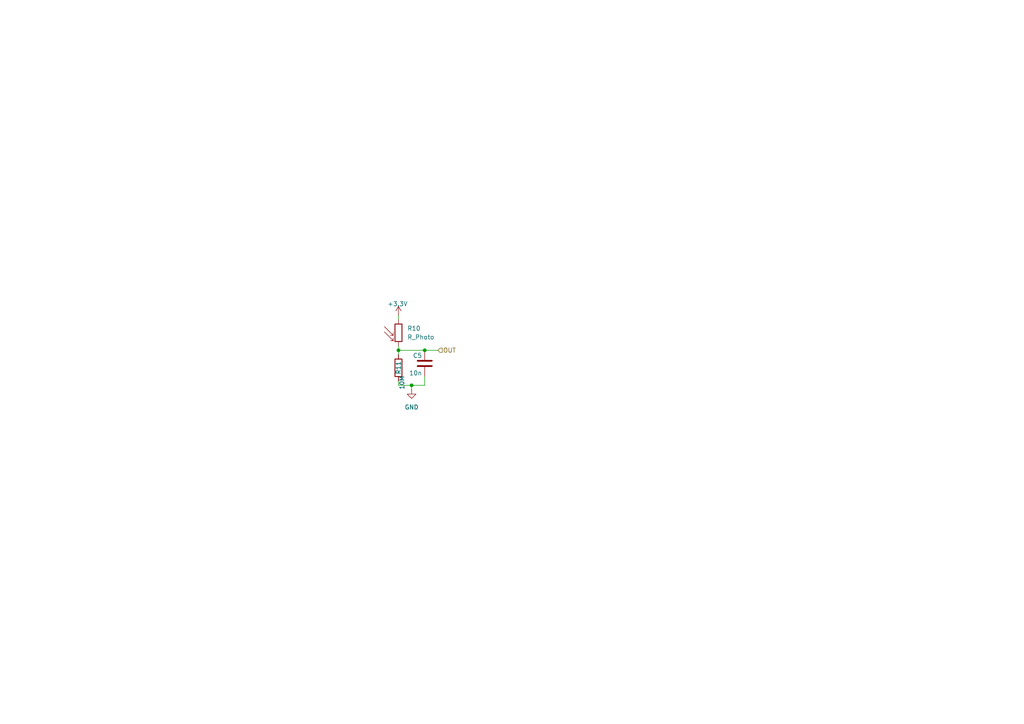
<source format=kicad_sch>
(kicad_sch (version 20250114) (generator "eeschema") (generator_version "9.0")
  (paper "A4")
  (title_block (date "2025-09-24") (company "Felix Pelster"))
  (lib_symbols
    (symbol "Device:C" (pin_numbers (hide yes)) (pin_names (offset 0.254))
      (property "Reference" "C" (at 0.635 2.54 0))
      (property "Value" "C" (at 0.635 -2.54 0))
      (symbol "C_0_1"
        (polyline (pts (xy -2.032 0.762) (xy 2.032 0.762)) (stroke (width 0.508)))
        (polyline (pts (xy -2.032 -0.762) (xy 2.032 -0.762)) (stroke (width 0.508)))
      )
      (symbol "C_1_1"
        (pin passive line (at 0 3.81 270) (length 2.794) (name "~") (number "1"))
        (pin passive line (at 0 -3.81 90) (length 2.794) (name "~") (number "2"))
      )
    )
    (symbol "Device:R" (pin_numbers (hide yes)) (pin_names (offset 0))
      (property "Reference" "R" (at 2.032 0 90))
      (property "Value" "R" (at 0 0 90))
      (symbol "R_0_1"
        (rectangle (start -1.016 -2.54) (end 1.016 2.54) (stroke (width 0.254)))
      )
      (symbol "R_1_1"
        (pin passive line (at 0 3.81 270) (length 1.27) (name "~") (number "1"))
        (pin passive line (at 0 -3.81 90) (length 1.27) (name "~") (number "2"))
      )
    )
    (symbol "Device:R_Photo" (pin_numbers (hide yes)) (pin_names (offset 0))
      (property "Reference" "R" (at 1.27 1.27 0))
      (property "Value" "R_Photo" (at 1.27 0 0))
      (symbol "R_Photo_0_1"
        (polyline (pts (xy -1.524 -0.762) (xy -4.064 1.778)))
        (polyline (pts (xy -1.524 -0.762) (xy -2.286 -0.762)))
        (polyline (pts (xy -1.524 -0.762) (xy -1.524 0)))
        (polyline (pts (xy -1.524 -2.286) (xy -4.064 0.254)))
        (polyline (pts (xy -1.524 -2.286) (xy -2.286 -2.286)))
        (polyline (pts (xy -1.524 -2.286) (xy -1.524 -1.524)))
        (rectangle (start -1.016 2.54) (end 1.016 -2.54) (stroke (width 0.254)))
      )
      (symbol "R_Photo_1_1"
        (pin passive line (at 0 3.81 270) (length 1.27) (name "~") (number "1"))
        (pin passive line (at 0 -3.81 90) (length 1.27) (name "~") (number "2"))
      )
    )
    (symbol "power:+3.3V" (power) (pin_numbers (hide yes)) (pin_names (offset 0) (hide yes))
      (property "Value" "+3.3V" (at 0 3.556 0))
      (symbol "+3.3V_0_1"
        (polyline (pts (xy -0.762 1.27) (xy 0 2.54)))
        (polyline (pts (xy 0 2.54) (xy 0.762 1.27)))
        (polyline (pts (xy 0 0) (xy 0 2.54)))
      )
      (symbol "+3.3V_1_1"
        (pin power_in line (at 0 0 90) (length 0) (name "~") (number "1"))
      )
    )
    (symbol "power:GND" (power) (pin_numbers (hide yes)) (pin_names (offset 0) (hide yes))
      (property "Value" "GND" (at 0 -3.81 0))
      (symbol "GND_0_1"
        (polyline (pts (xy 0 0) (xy 0 -1.27) (xy 1.27 -1.27) (xy 0 -2.54) (xy -1.27 -1.27) (xy 0 -1.27)))
      )
      (symbol "GND_1_1"
        (pin power_in line (at 0 0 270) (length 0) (name "~") (number "1"))
      )
    )
  )
  (junction (at 123.19 101.6))
  (junction (at 115.57 101.6))
  (junction (at 119.38 111.76))
  (wire (pts (xy 123.19 101.6) (xy 127 101.6)))
  (wire (pts (xy 115.57 102.87) (xy 115.57 101.6)))
  (wire (pts (xy 119.38 111.76) (xy 115.57 111.76)))
  (wire (pts (xy 123.19 109.22) (xy 123.19 111.76)))
  (wire (pts (xy 115.57 91.44) (xy 115.57 92.71)))
  (wire (pts (xy 123.19 111.76) (xy 119.38 111.76)))
  (wire (pts (xy 115.57 111.76) (xy 115.57 110.49)))
  (wire (pts (xy 119.38 113.03) (xy 119.38 111.76)))
  (wire (pts (xy 115.57 101.6) (xy 123.19 101.6)))
  (wire (pts (xy 115.57 101.6) (xy 115.57 100.33)))
  (hierarchical_label "OUT" (shape input) (at 127 101.6 0))
  (symbol (lib_id "Device:R_Photo") (at 115.57 96.52 0) (unit 1)
    (property "Reference" "R10" (at 118.11 95.2499 0) (effects (justify left)))
    (property "Value" "R_Photo" (at 118.11 97.7899 0) (effects (justify left)))
    (property "Footprint" "OptoDevice:R_LDR_5.0x4.1mm_P3mm_Vertical" (effects (hide yes)))
    (property "Description" "Photoresistor" (effects (hide yes)))
  )
  (symbol (lib_id "power:+3.3V") (at 115.57 91.44 0) (unit 1)
    (property "Reference" "#PWR027" (effects (hide yes)))
    (property "Value" "+3.3V" (at 115.316 88.138 0))
    (property "Description" "Power symbol creates a global label with name \"+3.3V\"" (effects (hide yes)))
  )
  (symbol (lib_id "power:GND") (at 119.38 113.03 0) (unit 1)
    (property "Reference" "#PWR028" (effects (hide yes)))
    (property "Value" "GND" (at 119.38 118.11 0))
    (property "Description" "Power symbol creates a global label with name \"GND\" , ground" (effects (hide yes)))
  )
  (symbol (lib_id "Device:C") (at 123.19 105.41 180) (unit 1)
    (property "Reference" "C5" (at 122.428 103.124 0) (effects (justify left)))
    (property "Value" "10n" (at 122.428 108.204 0) (effects (justify left)))
    (property "Footprint" "Capacitor_SMD:C_0603_1608Metric" (effects (hide yes)))
    (property "Description" "Unpolarized capacitor" (effects (hide yes)))
  )
  (symbol (lib_id "Device:R") (at 115.57 106.68 0) (unit 1)
    (property "Reference" "R11" (at 115.57 106.68 90))
    (property "Value" "10M" (at 116.586 110.998 90))
    (property "Footprint" "Resistor_SMD:R_0603_1608Metric" (effects (hide yes)))
    (property "Description" "Resistor" (effects (hide yes)))
  )
)
</source>
